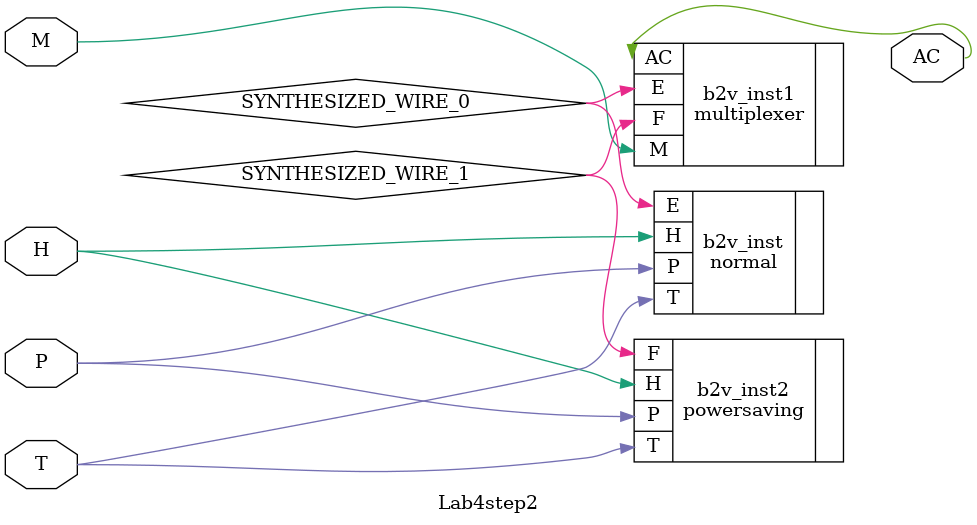
<source format=v>


module Lab4step2(
	M,
	P,
	H,
	T,
	AC
);


input wire	M;
input wire	P;
input wire	H;
input wire	T;
output wire	AC;

wire	SYNTHESIZED_WIRE_0;
wire	SYNTHESIZED_WIRE_1;





normal	b2v_inst(
	.P(P),
	.H(H),
	.T(T),
	.E(SYNTHESIZED_WIRE_0));


multiplexer	b2v_inst1(
	.E(SYNTHESIZED_WIRE_0),
	.F(SYNTHESIZED_WIRE_1),
	.M(M),
	.AC(AC));


powersaving	b2v_inst2(
	.P(P),
	.T(T),
	.H(H),
	.F(SYNTHESIZED_WIRE_1));


endmodule

</source>
